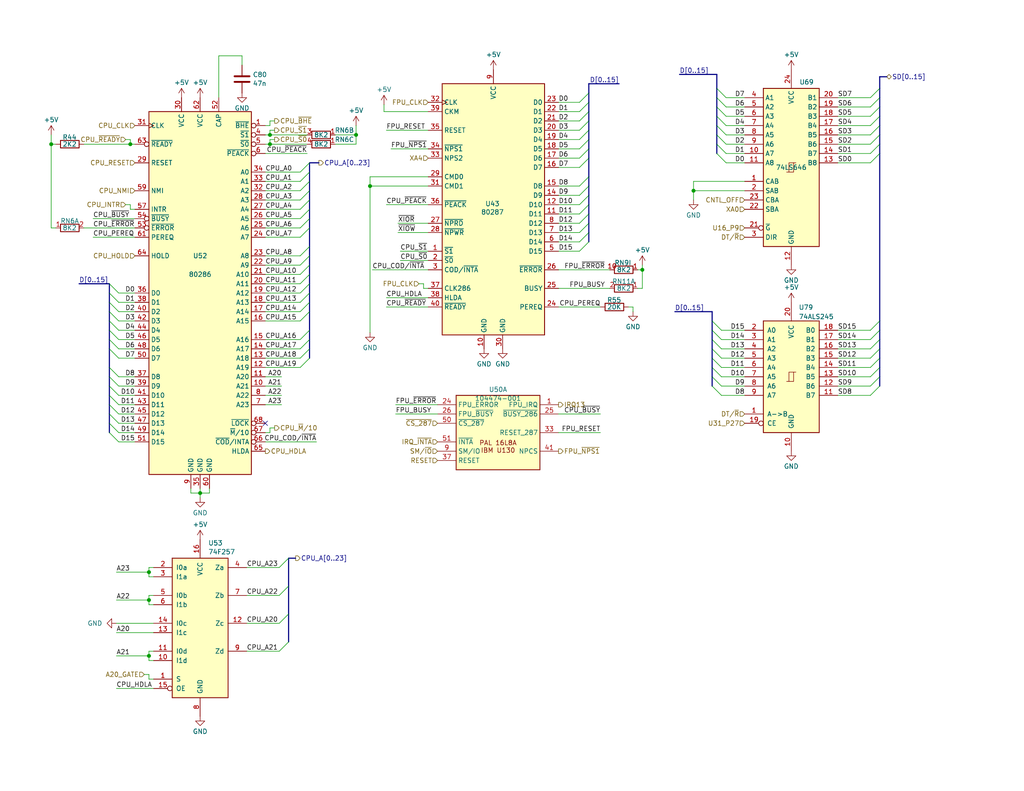
<source format=kicad_sch>
(kicad_sch (version 20230121) (generator eeschema)
  (paper "USLetter")
  (junction (at 13.97 39.37))
  (junction (at 40.64 163.83))
  (junction (at 189.23 52.07))
  (junction (at 40.64 179.07))
  (junction (at 100.965 50.8))
  (junction (at 175.26 73.66))
  (junction (at 54.61 134.62))
  (junction (at 97.155 36.83))
  (junction (at 35.56 39.37))
  (junction (at 73.66 39.37))
  (junction (at 40.64 156.21))
  (junction (at 73.66 36.83))
  (no_connect (at 72.39 115.57))
  (bus_entry (at 160.655 58.42) (size -2.54 2.54))
  (bus_entry (at 240.03 95.25) (size -2.54 2.54))
  (bus_entry (at 160.655 48.26) (size -2.54 2.54))
  (bus_entry (at 195.58 36.83) (size 2.54 2.54))
  (bus_entry (at 160.655 38.1) (size -2.54 2.54))
  (bus_entry (at 29.845 82.55) (size 2.54 2.54))
  (bus_entry (at 194.31 102.87) (size 2.54 2.54))
  (bus_entry (at 240.03 29.21) (size -2.54 2.54))
  (bus_entry (at 78.74 160.02) (size -2.54 2.54))
  (bus_entry (at 194.31 100.33) (size 2.54 2.54))
  (bus_entry (at 84.455 95.25) (size -2.54 2.54))
  (bus_entry (at 195.58 24.13) (size 2.54 2.54))
  (bus_entry (at 240.03 36.83) (size -2.54 2.54))
  (bus_entry (at 160.655 30.48) (size -2.54 2.54))
  (bus_entry (at 240.03 39.37) (size -2.54 2.54))
  (bus_entry (at 84.455 77.47) (size -2.54 2.54))
  (bus_entry (at 194.31 90.17) (size 2.54 2.54))
  (bus_entry (at 240.03 102.87) (size -2.54 2.54))
  (bus_entry (at 29.845 92.71) (size 2.54 2.54))
  (bus_entry (at 84.455 80.01) (size -2.54 2.54))
  (bus_entry (at 160.655 53.34) (size -2.54 2.54))
  (bus_entry (at 29.845 110.49) (size 2.54 2.54))
  (bus_entry (at 84.455 97.79) (size -2.54 2.54))
  (bus_entry (at 29.845 95.25) (size 2.54 2.54))
  (bus_entry (at 195.58 26.67) (size 2.54 2.54))
  (bus_entry (at 195.58 31.75) (size 2.54 2.54))
  (bus_entry (at 84.455 90.17) (size -2.54 2.54))
  (bus_entry (at 240.03 90.17) (size -2.54 2.54))
  (bus_entry (at 84.455 54.61) (size -2.54 2.54))
  (bus_entry (at 84.455 59.69) (size -2.54 2.54))
  (bus_entry (at 160.655 60.96) (size -2.54 2.54))
  (bus_entry (at 84.455 44.45) (size -2.54 2.54))
  (bus_entry (at 84.455 52.07) (size -2.54 2.54))
  (bus_entry (at 160.655 25.4) (size -2.54 2.54))
  (bus_entry (at 84.455 57.15) (size -2.54 2.54))
  (bus_entry (at 160.655 35.56) (size -2.54 2.54))
  (bus_entry (at 29.845 115.57) (size 2.54 2.54))
  (bus_entry (at 160.655 66.04) (size -2.54 2.54))
  (bus_entry (at 84.455 67.31) (size -2.54 2.54))
  (bus_entry (at 84.455 46.99) (size -2.54 2.54))
  (bus_entry (at 240.03 24.13) (size -2.54 2.54))
  (bus_entry (at 29.845 85.09) (size 2.54 2.54))
  (bus_entry (at 84.455 92.71) (size -2.54 2.54))
  (bus_entry (at 84.455 85.09) (size -2.54 2.54))
  (bus_entry (at 194.31 92.71) (size 2.54 2.54))
  (bus_entry (at 78.74 175.26) (size -2.54 2.54))
  (bus_entry (at 84.455 62.23) (size -2.54 2.54))
  (bus_entry (at 194.31 95.25) (size 2.54 2.54))
  (bus_entry (at 29.845 87.63) (size 2.54 2.54))
  (bus_entry (at 240.03 34.29) (size -2.54 2.54))
  (bus_entry (at 240.03 87.63) (size -2.54 2.54))
  (bus_entry (at 29.845 105.41) (size 2.54 2.54))
  (bus_entry (at 195.58 39.37) (size 2.54 2.54))
  (bus_entry (at 29.845 102.87) (size 2.54 2.54))
  (bus_entry (at 160.655 50.8) (size -2.54 2.54))
  (bus_entry (at 240.03 105.41) (size -2.54 2.54))
  (bus_entry (at 29.845 107.95) (size 2.54 2.54))
  (bus_entry (at 160.655 55.88) (size -2.54 2.54))
  (bus_entry (at 84.455 74.93) (size -2.54 2.54))
  (bus_entry (at 84.455 82.55) (size -2.54 2.54))
  (bus_entry (at 195.58 34.29) (size 2.54 2.54))
  (bus_entry (at 240.03 92.71) (size -2.54 2.54))
  (bus_entry (at 160.655 40.64) (size -2.54 2.54))
  (bus_entry (at 84.455 49.53) (size -2.54 2.54))
  (bus_entry (at 29.845 113.03) (size 2.54 2.54))
  (bus_entry (at 240.03 31.75) (size -2.54 2.54))
  (bus_entry (at 29.845 100.33) (size 2.54 2.54))
  (bus_entry (at 240.03 100.33) (size -2.54 2.54))
  (bus_entry (at 84.455 69.85) (size -2.54 2.54))
  (bus_entry (at 240.03 97.79) (size -2.54 2.54))
  (bus_entry (at 29.845 77.47) (size 2.54 2.54))
  (bus_entry (at 194.31 87.63) (size 2.54 2.54))
  (bus_entry (at 78.74 167.64) (size -2.54 2.54))
  (bus_entry (at 240.03 26.67) (size -2.54 2.54))
  (bus_entry (at 78.74 152.4) (size -2.54 2.54))
  (bus_entry (at 195.58 29.21) (size 2.54 2.54))
  (bus_entry (at 29.845 118.11) (size 2.54 2.54))
  (bus_entry (at 240.03 41.91) (size -2.54 2.54))
  (bus_entry (at 29.845 80.01) (size 2.54 2.54))
  (bus_entry (at 160.655 27.94) (size -2.54 2.54))
  (bus_entry (at 160.655 33.02) (size -2.54 2.54))
  (bus_entry (at 29.845 90.17) (size 2.54 2.54))
  (bus_entry (at 194.31 105.41) (size 2.54 2.54))
  (bus_entry (at 160.655 43.18) (size -2.54 2.54))
  (bus_entry (at 195.58 41.91) (size 2.54 2.54))
  (bus_entry (at 194.31 97.79) (size 2.54 2.54))
  (bus_entry (at 84.455 72.39) (size -2.54 2.54))
  (bus_entry (at 160.655 63.5) (size -2.54 2.54))
  (wire (pts (xy 152.4 35.56) (xy 158.115 35.56)))
  (wire (pts (xy 72.39 64.77) (xy 81.915 64.77)))
  (wire (pts (xy 41.91 154.94) (xy 40.64 154.94)))
  (wire (pts (xy 97.155 39.37) (xy 91.44 39.37)))
  (bus (pts (xy 84.455 77.47) (xy 84.455 80.01)))
  (wire (pts (xy 72.39 85.09) (xy 81.915 85.09)))
  (wire (pts (xy 59.69 26.67) (xy 59.69 15.24)))
  (wire (pts (xy 32.385 113.03) (xy 36.83 113.03)))
  (wire (pts (xy 52.07 134.62) (xy 54.61 134.62)))
  (bus (pts (xy 84.455 69.85) (xy 84.455 72.39)))
  (wire (pts (xy 35.56 38.1) (xy 35.56 39.37)))
  (wire (pts (xy 189.23 49.53) (xy 203.2 49.53)))
  (bus (pts (xy 195.58 29.21) (xy 195.58 31.75)))
  (wire (pts (xy 152.4 33.02) (xy 158.115 33.02)))
  (wire (pts (xy 152.4 38.1) (xy 158.115 38.1)))
  (wire (pts (xy 152.4 50.8) (xy 158.115 50.8)))
  (wire (pts (xy 57.15 134.62) (xy 54.61 134.62)))
  (bus (pts (xy 195.58 39.37) (xy 195.58 41.91)))
  (bus (pts (xy 194.31 87.63) (xy 194.31 90.17)))
  (wire (pts (xy 40.64 179.07) (xy 40.64 180.34)))
  (wire (pts (xy 72.39 97.79) (xy 81.915 97.79)))
  (bus (pts (xy 241.935 20.955) (xy 240.03 20.955)))
  (bus (pts (xy 240.03 31.75) (xy 240.03 34.29)))
  (bus (pts (xy 29.845 113.03) (xy 29.845 115.57)))
  (wire (pts (xy 13.97 36.83) (xy 13.97 39.37)))
  (wire (pts (xy 32.385 102.87) (xy 36.83 102.87)))
  (bus (pts (xy 78.74 167.64) (xy 78.74 175.26)))
  (bus (pts (xy 160.655 63.5) (xy 160.655 66.04)))
  (wire (pts (xy 40.64 184.15) (xy 40.64 185.42)))
  (bus (pts (xy 84.455 90.17) (xy 84.455 92.71)))
  (bus (pts (xy 195.58 26.67) (xy 195.58 29.21)))
  (bus (pts (xy 194.31 97.79) (xy 194.31 100.33)))
  (wire (pts (xy 109.22 68.58) (xy 116.84 68.58)))
  (bus (pts (xy 84.455 67.31) (xy 84.455 69.85)))
  (wire (pts (xy 32.385 82.55) (xy 36.83 82.55)))
  (wire (pts (xy 31.75 172.72) (xy 41.91 172.72)))
  (bus (pts (xy 160.655 60.96) (xy 160.655 63.5)))
  (bus (pts (xy 194.31 92.71) (xy 194.31 95.25)))
  (wire (pts (xy 72.39 41.91) (xy 83.82 41.91)))
  (wire (pts (xy 25.4 64.77) (xy 36.83 64.77)))
  (wire (pts (xy 25.4 59.69) (xy 36.83 59.69)))
  (bus (pts (xy 195.58 20.32) (xy 195.58 24.13)))
  (wire (pts (xy 114.3 77.47) (xy 115.57 77.47)))
  (wire (pts (xy 73.66 33.02) (xy 73.66 34.29)))
  (wire (pts (xy 228.6 34.29) (xy 237.49 34.29)))
  (wire (pts (xy 41.91 177.8) (xy 40.64 177.8)))
  (bus (pts (xy 84.455 62.23) (xy 84.455 67.31)))
  (wire (pts (xy 73.66 39.37) (xy 83.82 39.37)))
  (wire (pts (xy 119.38 110.49) (xy 107.95 110.49)))
  (wire (pts (xy 73.66 36.83) (xy 83.82 36.83)))
  (wire (pts (xy 175.26 78.74) (xy 175.26 73.66)))
  (wire (pts (xy 105.41 83.82) (xy 116.84 83.82)))
  (bus (pts (xy 29.845 80.01) (xy 29.845 82.55)))
  (wire (pts (xy 40.64 163.83) (xy 40.64 165.1)))
  (wire (pts (xy 13.97 62.23) (xy 15.24 62.23)))
  (wire (pts (xy 32.385 87.63) (xy 36.83 87.63)))
  (wire (pts (xy 196.85 105.41) (xy 203.2 105.41)))
  (wire (pts (xy 105.41 55.88) (xy 116.84 55.88)))
  (bus (pts (xy 160.655 33.02) (xy 160.655 35.56)))
  (wire (pts (xy 32.385 80.01) (xy 36.83 80.01)))
  (wire (pts (xy 198.12 26.67) (xy 203.2 26.67)))
  (wire (pts (xy 189.23 49.53) (xy 189.23 52.07)))
  (wire (pts (xy 40.64 162.56) (xy 40.64 163.83)))
  (wire (pts (xy 67.31 154.94) (xy 76.2 154.94)))
  (wire (pts (xy 22.86 62.23) (xy 36.83 62.23)))
  (wire (pts (xy 196.85 95.25) (xy 203.2 95.25)))
  (wire (pts (xy 152.4 40.64) (xy 158.115 40.64)))
  (wire (pts (xy 72.39 102.87) (xy 76.835 102.87)))
  (bus (pts (xy 240.03 24.13) (xy 240.03 26.67)))
  (wire (pts (xy 198.12 41.91) (xy 203.2 41.91)))
  (wire (pts (xy 72.39 100.33) (xy 81.915 100.33)))
  (wire (pts (xy 189.23 52.07) (xy 203.2 52.07)))
  (bus (pts (xy 240.03 100.33) (xy 240.03 102.87)))
  (wire (pts (xy 72.39 57.15) (xy 81.915 57.15)))
  (bus (pts (xy 240.03 102.87) (xy 240.03 105.41)))
  (wire (pts (xy 109.22 71.12) (xy 116.84 71.12)))
  (wire (pts (xy 22.86 39.37) (xy 35.56 39.37)))
  (wire (pts (xy 72.39 77.47) (xy 81.915 77.47)))
  (wire (pts (xy 40.64 180.34) (xy 41.91 180.34)))
  (wire (pts (xy 72.39 46.99) (xy 81.915 46.99)))
  (wire (pts (xy 196.85 107.95) (xy 203.2 107.95)))
  (wire (pts (xy 152.4 66.04) (xy 158.115 66.04)))
  (wire (pts (xy 152.4 30.48) (xy 158.115 30.48)))
  (bus (pts (xy 84.455 49.53) (xy 84.455 52.07)))
  (bus (pts (xy 29.845 90.17) (xy 29.845 92.71)))
  (wire (pts (xy 32.385 105.41) (xy 36.83 105.41)))
  (wire (pts (xy 34.29 38.1) (xy 35.56 38.1)))
  (bus (pts (xy 84.455 46.99) (xy 84.455 49.53)))
  (wire (pts (xy 72.39 62.23) (xy 81.915 62.23)))
  (wire (pts (xy 196.85 92.71) (xy 203.2 92.71)))
  (wire (pts (xy 228.6 90.17) (xy 237.49 90.17)))
  (wire (pts (xy 100.965 90.805) (xy 100.965 50.8)))
  (bus (pts (xy 240.03 92.71) (xy 240.03 95.25)))
  (bus (pts (xy 194.31 85.09) (xy 194.31 87.63)))
  (wire (pts (xy 97.155 36.83) (xy 97.155 39.37)))
  (wire (pts (xy 163.83 113.03) (xy 152.4 113.03)))
  (bus (pts (xy 240.03 29.21) (xy 240.03 31.75)))
  (wire (pts (xy 57.15 133.35) (xy 57.15 134.62)))
  (wire (pts (xy 54.61 133.35) (xy 54.61 134.62)))
  (wire (pts (xy 189.23 52.07) (xy 189.23 54.61)))
  (bus (pts (xy 78.74 152.4) (xy 78.74 160.02)))
  (bus (pts (xy 240.03 95.25) (xy 240.03 97.79)))
  (wire (pts (xy 198.12 34.29) (xy 203.2 34.29)))
  (wire (pts (xy 152.4 27.94) (xy 158.115 27.94)))
  (wire (pts (xy 13.97 39.37) (xy 13.97 62.23)))
  (wire (pts (xy 104.775 28.575) (xy 104.775 30.48)))
  (wire (pts (xy 196.85 97.79) (xy 203.2 97.79)))
  (wire (pts (xy 67.31 162.56) (xy 76.2 162.56)))
  (wire (pts (xy 72.39 54.61) (xy 81.915 54.61)))
  (bus (pts (xy 194.31 102.87) (xy 194.31 105.41)))
  (wire (pts (xy 31.75 163.83) (xy 40.64 163.83)))
  (bus (pts (xy 84.455 80.01) (xy 84.455 82.55)))
  (wire (pts (xy 73.66 38.1) (xy 73.66 39.37)))
  (wire (pts (xy 54.61 134.62) (xy 54.61 135.89)))
  (wire (pts (xy 32.385 90.17) (xy 36.83 90.17)))
  (bus (pts (xy 240.03 20.955) (xy 240.03 24.13)))
  (bus (pts (xy 240.03 90.17) (xy 240.03 92.71)))
  (bus (pts (xy 160.655 53.34) (xy 160.655 55.88)))
  (wire (pts (xy 72.39 87.63) (xy 81.915 87.63)))
  (bus (pts (xy 195.58 34.29) (xy 195.58 36.83)))
  (bus (pts (xy 80.645 152.4) (xy 78.74 152.4)))
  (wire (pts (xy 31.75 179.07) (xy 40.64 179.07)))
  (wire (pts (xy 72.39 39.37) (xy 73.66 39.37)))
  (bus (pts (xy 84.455 57.15) (xy 84.455 59.69)))
  (wire (pts (xy 196.85 100.33) (xy 203.2 100.33)))
  (wire (pts (xy 32.385 120.65) (xy 36.83 120.65)))
  (wire (pts (xy 228.6 92.71) (xy 237.49 92.71)))
  (wire (pts (xy 100.965 50.8) (xy 116.84 50.8)))
  (bus (pts (xy 240.03 97.79) (xy 240.03 100.33)))
  (wire (pts (xy 228.6 29.21) (xy 237.49 29.21)))
  (wire (pts (xy 228.6 39.37) (xy 237.49 39.37)))
  (wire (pts (xy 35.56 57.15) (xy 36.83 57.15)))
  (wire (pts (xy 35.56 39.37) (xy 36.83 39.37)))
  (bus (pts (xy 29.845 85.09) (xy 29.845 87.63)))
  (bus (pts (xy 84.455 59.69) (xy 84.455 62.23)))
  (wire (pts (xy 152.4 43.18) (xy 158.115 43.18)))
  (wire (pts (xy 228.6 31.75) (xy 237.49 31.75)))
  (wire (pts (xy 72.39 95.25) (xy 81.915 95.25)))
  (wire (pts (xy 72.39 107.95) (xy 76.835 107.95)))
  (wire (pts (xy 175.26 72.39) (xy 175.26 73.66)))
  (wire (pts (xy 59.69 15.24) (xy 66.04 15.24)))
  (wire (pts (xy 108.585 63.5) (xy 116.84 63.5)))
  (bus (pts (xy 29.845 92.71) (xy 29.845 95.25)))
  (wire (pts (xy 228.6 102.87) (xy 237.49 102.87)))
  (wire (pts (xy 72.39 52.07) (xy 81.915 52.07)))
  (wire (pts (xy 196.85 90.17) (xy 203.2 90.17)))
  (wire (pts (xy 152.4 58.42) (xy 158.115 58.42)))
  (bus (pts (xy 184.15 85.09) (xy 194.31 85.09)))
  (wire (pts (xy 32.385 107.95) (xy 36.83 107.95)))
  (wire (pts (xy 72.39 69.85) (xy 81.915 69.85)))
  (bus (pts (xy 195.58 31.75) (xy 195.58 34.29)))
  (wire (pts (xy 40.64 165.1) (xy 41.91 165.1)))
  (wire (pts (xy 228.6 95.25) (xy 237.49 95.25)))
  (wire (pts (xy 32.385 85.09) (xy 36.83 85.09)))
  (wire (pts (xy 228.6 97.79) (xy 237.49 97.79)))
  (bus (pts (xy 29.845 77.47) (xy 29.845 80.01)))
  (wire (pts (xy 228.6 41.91) (xy 237.49 41.91)))
  (bus (pts (xy 29.845 82.55) (xy 29.845 85.09)))
  (wire (pts (xy 73.66 34.29) (xy 72.39 34.29)))
  (wire (pts (xy 72.39 74.93) (xy 81.915 74.93)))
  (bus (pts (xy 160.655 22.86) (xy 168.91 22.86)))
  (wire (pts (xy 74.93 33.02) (xy 73.66 33.02)))
  (wire (pts (xy 228.6 105.41) (xy 237.49 105.41)))
  (bus (pts (xy 160.655 38.1) (xy 160.655 40.64)))
  (bus (pts (xy 160.655 40.64) (xy 160.655 43.18)))
  (wire (pts (xy 72.39 59.69) (xy 81.915 59.69)))
  (bus (pts (xy 195.58 36.83) (xy 195.58 39.37)))
  (bus (pts (xy 84.455 82.55) (xy 84.455 85.09)))
  (wire (pts (xy 73.66 116.84) (xy 73.66 118.11)))
  (wire (pts (xy 72.39 72.39) (xy 81.915 72.39)))
  (wire (pts (xy 172.72 85.09) (xy 172.72 83.82)))
  (bus (pts (xy 84.455 85.09) (xy 84.455 90.17)))
  (wire (pts (xy 228.6 107.95) (xy 237.49 107.95)))
  (wire (pts (xy 35.56 55.88) (xy 35.56 57.15)))
  (wire (pts (xy 152.4 53.34) (xy 158.115 53.34)))
  (wire (pts (xy 152.4 55.88) (xy 158.115 55.88)))
  (wire (pts (xy 74.93 35.56) (xy 73.66 35.56)))
  (wire (pts (xy 152.4 68.58) (xy 158.115 68.58)))
  (wire (pts (xy 73.66 35.56) (xy 73.66 36.83)))
  (wire (pts (xy 40.64 154.94) (xy 40.64 156.21)))
  (bus (pts (xy 84.455 44.45) (xy 84.455 46.99)))
  (wire (pts (xy 72.39 82.55) (xy 81.915 82.55)))
  (wire (pts (xy 72.39 120.65) (xy 86.36 120.65)))
  (bus (pts (xy 84.455 54.61) (xy 84.455 57.15)))
  (bus (pts (xy 29.845 87.63) (xy 29.845 90.17)))
  (bus (pts (xy 84.455 52.07) (xy 84.455 54.61)))
  (wire (pts (xy 152.4 83.82) (xy 163.83 83.82)))
  (wire (pts (xy 175.26 73.66) (xy 173.99 73.66)))
  (wire (pts (xy 67.31 170.18) (xy 76.2 170.18)))
  (wire (pts (xy 196.85 102.87) (xy 203.2 102.87)))
  (bus (pts (xy 84.455 74.93) (xy 84.455 77.47)))
  (wire (pts (xy 152.4 60.96) (xy 158.115 60.96)))
  (bus (pts (xy 21.59 77.47) (xy 29.845 77.47)))
  (wire (pts (xy 72.39 105.41) (xy 76.835 105.41)))
  (bus (pts (xy 78.74 160.02) (xy 78.74 167.64)))
  (wire (pts (xy 74.93 116.84) (xy 73.66 116.84)))
  (bus (pts (xy 240.03 26.67) (xy 240.03 29.21)))
  (bus (pts (xy 84.455 95.25) (xy 84.455 97.79)))
  (wire (pts (xy 32.385 97.79) (xy 36.83 97.79)))
  (bus (pts (xy 160.655 25.4) (xy 160.655 27.94)))
  (wire (pts (xy 32.385 95.25) (xy 36.83 95.25)))
  (wire (pts (xy 72.39 49.53) (xy 81.915 49.53)))
  (wire (pts (xy 228.6 36.83) (xy 237.49 36.83)))
  (bus (pts (xy 29.845 100.33) (xy 29.845 102.87)))
  (wire (pts (xy 74.93 38.1) (xy 73.66 38.1)))
  (wire (pts (xy 228.6 100.33) (xy 237.49 100.33)))
  (wire (pts (xy 152.4 78.74) (xy 166.37 78.74)))
  (bus (pts (xy 194.31 90.17) (xy 194.31 92.71)))
  (wire (pts (xy 31.75 187.96) (xy 41.91 187.96)))
  (wire (pts (xy 105.41 81.28) (xy 116.84 81.28)))
  (wire (pts (xy 72.39 110.49) (xy 76.835 110.49)))
  (wire (pts (xy 32.385 115.57) (xy 36.83 115.57)))
  (bus (pts (xy 240.03 39.37) (xy 240.03 41.91)))
  (wire (pts (xy 72.39 92.71) (xy 81.915 92.71)))
  (wire (pts (xy 115.57 78.74) (xy 116.84 78.74)))
  (wire (pts (xy 104.775 30.48) (xy 116.84 30.48)))
  (wire (pts (xy 31.75 156.21) (xy 40.64 156.21)))
  (bus (pts (xy 29.845 107.95) (xy 29.845 110.49)))
  (bus (pts (xy 240.03 34.29) (xy 240.03 36.83)))
  (wire (pts (xy 152.4 63.5) (xy 158.115 63.5)))
  (wire (pts (xy 198.12 44.45) (xy 203.2 44.45)))
  (wire (pts (xy 228.6 26.67) (xy 237.49 26.67)))
  (bus (pts (xy 160.655 48.26) (xy 160.655 50.8)))
  (bus (pts (xy 84.455 72.39) (xy 84.455 74.93)))
  (bus (pts (xy 86.995 44.45) (xy 84.455 44.45)))
  (bus (pts (xy 29.845 102.87) (xy 29.845 105.41)))
  (wire (pts (xy 106.68 40.64) (xy 116.84 40.64)))
  (wire (pts (xy 100.965 48.26) (xy 116.84 48.26)))
  (wire (pts (xy 152.4 45.72) (xy 158.115 45.72)))
  (wire (pts (xy 40.64 157.48) (xy 41.91 157.48)))
  (bus (pts (xy 160.655 35.56) (xy 160.655 38.1)))
  (wire (pts (xy 40.64 177.8) (xy 40.64 179.07)))
  (bus (pts (xy 29.845 115.57) (xy 29.845 118.11)))
  (wire (pts (xy 72.39 80.01) (xy 81.915 80.01)))
  (wire (pts (xy 39.37 184.15) (xy 40.64 184.15)))
  (bus (pts (xy 160.655 55.88) (xy 160.655 58.42)))
  (bus (pts (xy 240.03 87.63) (xy 240.03 90.17)))
  (wire (pts (xy 72.39 36.83) (xy 73.66 36.83)))
  (wire (pts (xy 13.97 39.37) (xy 15.24 39.37)))
  (wire (pts (xy 31.75 170.18) (xy 41.91 170.18)))
  (wire (pts (xy 163.83 118.11) (xy 152.4 118.11)))
  (bus (pts (xy 84.455 92.71) (xy 84.455 95.25)))
  (bus (pts (xy 194.31 95.25) (xy 194.31 97.79)))
  (wire (pts (xy 67.31 177.8) (xy 76.2 177.8)))
  (bus (pts (xy 160.655 58.42) (xy 160.655 60.96)))
  (wire (pts (xy 34.29 55.88) (xy 35.56 55.88)))
  (bus (pts (xy 185.42 20.32) (xy 195.58 20.32)))
  (wire (pts (xy 73.66 118.11) (xy 72.39 118.11)))
  (wire (pts (xy 52.07 133.35) (xy 52.07 134.62)))
  (bus (pts (xy 160.655 30.48) (xy 160.655 33.02)))
  (wire (pts (xy 152.4 73.66) (xy 166.37 73.66)))
  (wire (pts (xy 97.155 36.83) (xy 91.44 36.83)))
  (bus (pts (xy 29.845 95.25) (xy 29.845 100.33)))
  (wire (pts (xy 32.385 118.11) (xy 36.83 118.11)))
  (wire (pts (xy 97.155 34.29) (xy 97.155 36.83)))
  (wire (pts (xy 100.965 48.26) (xy 100.965 50.8)))
  (bus (pts (xy 195.58 24.13) (xy 195.58 26.67)))
  (wire (pts (xy 198.12 36.83) (xy 203.2 36.83)))
  (bus (pts (xy 160.655 27.94) (xy 160.655 30.48)))
  (wire (pts (xy 198.12 31.75) (xy 203.2 31.75)))
  (wire (pts (xy 173.99 78.74) (xy 175.26 78.74)))
  (wire (pts (xy 172.72 83.82) (xy 171.45 83.82)))
  (bus (pts (xy 194.31 100.33) (xy 194.31 102.87)))
  (wire (pts (xy 66.04 15.24) (xy 66.04 17.78)))
  (wire (pts (xy 119.38 113.03) (xy 107.95 113.03)))
  (wire (pts (xy 40.64 156.21) (xy 40.64 157.48)))
  (wire (pts (xy 32.385 110.49) (xy 36.83 110.49)))
  (bus (pts (xy 240.03 41.91) (xy 240.03 87.63)))
  (wire (pts (xy 108.585 60.96) (xy 116.84 60.96)))
  (wire (pts (xy 105.41 35.56) (xy 116.84 35.56)))
  (bus (pts (xy 160.655 43.18) (xy 160.655 48.26)))
  (bus (pts (xy 160.655 22.86) (xy 160.655 25.4)))
  (wire (pts (xy 101.6 73.66) (xy 116.84 73.66)))
  (wire (pts (xy 228.6 44.45) (xy 237.49 44.45)))
  (wire (pts (xy 115.57 77.47) (xy 115.57 78.74)))
  (wire (pts (xy 32.385 92.71) (xy 36.83 92.71)))
  (bus (pts (xy 160.655 50.8) (xy 160.655 53.34)))
  (bus (pts (xy 240.03 36.83) (xy 240.03 39.37)))
  (bus (pts (xy 29.845 110.49) (xy 29.845 113.03)))
  (bus (pts (xy 29.845 105.41) (xy 29.845 107.95)))
  (wire (pts (xy 198.12 29.21) (xy 203.2 29.21)))
  (wire (pts (xy 198.12 39.37) (xy 203.2 39.37)))
  (wire (pts (xy 41.91 162.56) (xy 40.64 162.56)))
  (wire (pts (xy 40.64 185.42) (xy 41.91 185.42)))
  (label "D14" (at 36.83 118.11 180))
  (label "D7" (at 152.4 45.72 0))
  (label "D[0..15]" (at 21.59 77.47 0))
  (label "D9" (at 36.83 105.41 180))
  (label "D15" (at 203.2 90.17 180))
  (label "A23" (at 76.835 110.49 180))
  (label "D14" (at 152.4 66.04 0))
  (label "SD7" (at 228.6 26.67 0))
  (label "D2" (at 36.83 85.09 180))
  (label "CPU_A10" (at 72.39 74.93 0))
  (label "A22" (at 76.835 107.95 180))
  (label "CPU_A14" (at 72.39 85.09 0))
  (label "CPU_A22" (at 67.31 162.56 0))
  (label "CPU_A3" (at 72.39 54.61 0))
  (label "CPU_A1" (at 72.39 49.53 0))
  (label "CPU_A16" (at 72.39 92.71 0))
  (label "D6" (at 152.4 43.18 0))
  (label "D11" (at 203.2 100.33 180))
  (label "D10" (at 152.4 55.88 0))
  (label "D7" (at 36.83 97.79 180))
  (label "CPU_HDLA" (at 105.41 81.28 0))
  (label "D0" (at 203.2 44.45 180))
  (label "A20" (at 31.75 172.72 0))
  (label "D4" (at 152.4 38.1 0))
  (label "SD11" (at 228.6 100.33 0))
  (label "D15" (at 152.4 68.58 0))
  (label "D4" (at 36.83 90.17 180))
  (label "~{XIOW}" (at 108.585 63.5 0))
  (label "D3" (at 152.4 35.56 0))
  (label "D14" (at 203.2 92.71 180))
  (label "D15" (at 36.83 120.65 180))
  (label "SD13" (at 228.6 95.25 0))
  (label "CPU_PEREQ" (at 25.4 64.77 0))
  (label "CPU_PEREQ" (at 163.83 83.82 180))
  (label "D2" (at 203.2 39.37 180))
  (label "CPU_~{PEACK}" (at 83.82 41.91 180))
  (label "CPU_A11" (at 72.39 77.47 0))
  (label "CPU_A13" (at 72.39 82.55 0))
  (label "FPU_RESET" (at 163.83 118.11 180))
  (label "SD15" (at 228.6 90.17 0))
  (label "CPU_A0" (at 72.39 46.99 0))
  (label "D3" (at 36.83 87.63 180))
  (label "CPU_A12" (at 72.39 80.01 0))
  (label "D6" (at 36.83 95.25 180))
  (label "D10" (at 36.83 107.95 180))
  (label "CPU_COD{slash}~{INTA}" (at 86.36 120.65 180))
  (label "CPU_A18" (at 72.39 97.79 0))
  (label "D8" (at 36.83 102.87 180))
  (label "CPU_A9" (at 72.39 72.39 0))
  (label "FPU_~{ERROR}" (at 107.95 110.49 0))
  (label "D12" (at 203.2 97.79 180))
  (label "CPU_~{BUSY}" (at 25.4 59.69 0))
  (label "D3" (at 203.2 36.83 180))
  (label "~{XIOR}" (at 108.585 60.96 0))
  (label "D5" (at 152.4 40.64 0))
  (label "D1" (at 203.2 41.91 180))
  (label "CPU_A6" (at 72.39 62.23 0))
  (label "SD0" (at 228.6 44.45 0))
  (label "D[0..15]" (at 184.15 85.09 0))
  (label "SD6" (at 228.6 29.21 0))
  (label "SD12" (at 228.6 97.79 0))
  (label "CPU_A5" (at 72.39 59.69 0))
  (label "CPU_~{BUSY}" (at 163.83 113.03 180))
  (label "CPU_A21" (at 67.31 177.8 0))
  (label "D5" (at 36.83 92.71 180))
  (label "FPU_RESET" (at 105.41 35.56 0))
  (label "D[0..15]" (at 168.91 22.86 180))
  (label "CPU_A23" (at 67.31 154.94 0))
  (label "D11" (at 36.83 110.49 180))
  (label "FPU_BUSY" (at 165.1 78.74 180))
  (label "D4" (at 203.2 34.29 180))
  (label "D5" (at 203.2 31.75 180))
  (label "D13" (at 203.2 95.25 180))
  (label "A20" (at 76.835 102.87 180))
  (label "D2" (at 152.4 33.02 0))
  (label "SD4" (at 228.6 34.29 0))
  (label "D8" (at 203.2 107.95 180))
  (label "A23" (at 31.75 156.21 0))
  (label "D0" (at 36.83 80.01 180))
  (label "A21" (at 31.75 179.07 0))
  (label "CPU_A15" (at 72.39 87.63 0))
  (label "D9" (at 152.4 53.34 0))
  (label "CPU_A17" (at 72.39 95.25 0))
  (label "CPU_~{S1}" (at 109.22 68.58 0))
  (label "CPU_A20" (at 67.31 170.18 0))
  (label "D13" (at 36.83 115.57 180))
  (label "SD10" (at 228.6 102.87 0))
  (label "CPU_~{S0}" (at 109.22 71.12 0))
  (label "D[0..15]" (at 185.42 20.32 0))
  (label "D8" (at 152.4 50.8 0))
  (label "SD8" (at 228.6 107.95 0))
  (label "FPU_BUSY" (at 107.95 113.03 0))
  (label "A21" (at 76.835 105.41 180))
  (label "D9" (at 203.2 105.41 180))
  (label "CPU_~{ERROR}" (at 25.4 62.23 0))
  (label "D1" (at 36.83 82.55 180))
  (label "D10" (at 203.2 102.87 180))
  (label "FPU_~{ERROR}" (at 165.1 73.66 180))
  (label "CPU_~{READY}" (at 105.41 83.82 0))
  (label "SD9" (at 228.6 105.41 0))
  (label "D11" (at 152.4 58.42 0))
  (label "SD5" (at 228.6 31.75 0))
  (label "CPU_A2" (at 72.39 52.07 0))
  (label "CPU_~{PEACK}" (at 105.41 55.88 0))
  (label "CPU_A7" (at 72.39 64.77 0))
  (label "CPU_COD{slash}~{INTA}" (at 101.6 73.66 0))
  (label "D7" (at 203.2 26.67 180))
  (label "CPU_HDLA" (at 31.75 187.96 0))
  (label "D12" (at 152.4 60.96 0))
  (label "CPU_A4" (at 72.39 57.15 0))
  (label "CPU_A8" (at 72.39 69.85 0))
  (label "SD14" (at 228.6 92.71 0))
  (label "A22" (at 31.75 163.83 0))
  (label "D13" (at 152.4 63.5 0))
  (label "D12" (at 36.83 113.03 180))
  (label "D6" (at 203.2 29.21 180))
  (label "D1" (at 152.4 30.48 0))
  (label "SD2" (at 228.6 39.37 0))
  (label "SD3" (at 228.6 36.83 0))
  (label "SD1" (at 228.6 41.91 0))
  (label "FPU_~{NPS1}" (at 106.68 40.64 0))
  (label "CPU_A19" (at 72.39 100.33 0))
  (label "D0" (at 152.4 27.94 0))
  (hierarchical_label "CPU_~{READY}" (shape input) (at 34.29 38.1 180))
  (hierarchical_label "CPU_CLK" (shape input) (at 36.83 34.29 180))
  (hierarchical_label "~{CS_287}" (shape input) (at 119.38 115.57 180))
  (hierarchical_label "DT{slash}~{R}" (shape input) (at 203.2 113.03 180))
  (hierarchical_label "A20_GATE" (shape input) (at 39.37 184.15 180))
  (hierarchical_label "IRQ_~{INTA}" (shape input) (at 119.38 120.65 180))
  (hierarchical_label "FPU_CLK" (shape input) (at 116.84 27.94 180))
  (hierarchical_label "CPU_HDLA" (shape output) (at 72.39 123.19 0))
  (hierarchical_label "U16_P9" (shape input) (at 203.2 62.23 180))
  (hierarchical_label "IRQ13" (shape output) (at 152.4 110.49 0))
  (hierarchical_label "CPU_~{S0}" (shape output) (at 74.93 38.1 0))
  (hierarchical_label "CPU_~{S1}" (shape output) (at 74.93 35.56 0))
  (hierarchical_label "CPU_A[0..23]" (shape output) (at 86.995 44.45 0))
  (hierarchical_label "FPU_~{NPS1}" (shape output) (at 152.4 123.19 0))
  (hierarchical_label "CNTL_OFF" (shape input) (at 203.2 54.61 180))
  (hierarchical_label "DT{slash}~{R}" (shape input) (at 203.2 64.77 180))
  (hierarchical_label "U31_P27" (shape input) (at 203.2 115.57 180))
  (hierarchical_label "CPU_HOLD" (shape input) (at 36.83 69.85 180))
  (hierarchical_label "XA4" (shape input) (at 116.84 43.18 180))
  (hierarchical_label "CPU_INTR" (shape input) (at 34.29 55.88 180))
  (hierarchical_label "CPU_RESET" (shape input) (at 36.83 44.45 180))
  (hierarchical_label "CPU_A[0..23]" (shape output) (at 80.645 152.4 0))
  (hierarchical_label "FPU_CLK" (shape input) (at 114.3 77.47 180))
  (hierarchical_label "CPU_~{BHE}" (shape output) (at 74.93 33.02 0))
  (hierarchical_label "XA0" (shape input) (at 203.2 57.15 180))
  (hierarchical_label "RESET" (shape input) (at 119.38 125.73 180))
  (hierarchical_label "SM{slash}~{IO}" (shape input) (at 119.38 123.19 180))
  (hierarchical_label "SD[0..15]" (shape bidirectional) (at 241.935 20.955 0))
  (hierarchical_label "CPU_NMI" (shape input) (at 36.83 52.07 180))
  (hierarchical_label "CPU_~{M}{slash}10" (shape output) (at 74.93 116.84 0))
  (symbol (lib_id "power:GND") (at 54.61 195.58 0) (unit 1)
    (property "Reference" "#PWR0490" (effects hide))
    (property "Value" "GND" (at 54.61 199.7131 0))
  )
  (symbol (lib_id "power:+5V") (at 54.61 147.32 0) (unit 1)
    (property "Reference" "#PWR0433" (effects hide))
    (property "Value" "+5V" (at 54.61 143.1869 0))
  )
  (symbol (lib_id "raysstuff:104474-001") (at 135.89 118.11 0) (unit 1)
    (property "Reference" "U50" (at 135.89 106.3457 0))
    (property "Value" "104474-001" (at 135.89 108.7699 0))
  )
  (symbol (lib_id "power:+5V") (at 13.97 36.83 0) (mirror y) (unit 1)
    (property "Reference" "#PWR0180" (effects hide))
    (property "Value" "+5V" (at 13.97 32.6969 0))
  )
  (symbol (lib_id "Device:R_Network09_Split") (at 170.18 78.74 270) (unit 1)
    (property "Reference" "RN11" (at 167.005 76.835 90) (effects (justify left)))
    (property "Value" "8K2" (at 168.275 78.74 90) (effects (justify left)))
    (property "Footprint" "Resistor_THT:R_Array_SIP10" (effects hide))
    (property "Datasheet" "http://www.vishay.com/docs/31509/csc.pdf" (effects hide))
  )
  (symbol (lib_id "74xx:74LS257") (at 54.61 170.18 0) (unit 1)
    (property "Reference" "U53" (at 56.8041 148.2557 0) (effects (justify left)))
    (property "Value" "74F257" (at 56.8041 150.6799 0) (effects (justify left)))
    (property "Footprint" "Package_DIP:DIP-20_W7.62mm" (effects hide))
    (property "Datasheet" "http://www.ti.com/lit/gpn/sn74LS257" (effects hide))
  )
  (symbol (lib_id "power:GND") (at 132.08 95.25 0) (unit 1)
    (property "Reference" "#PWR0103" (effects hide))
    (property "Value" "GND" (at 132.08 99.3831 0))
  )
  (symbol (lib_id "Device:R_Network09_Split") (at 170.18 73.66 270) (unit 9)
    (property "Reference" "RN9" (at 167.64 71.755 90) (effects (justify left)))
    (property "Value" "8K2" (at 168.275 73.66 90) (effects (justify left)))
    (property "Footprint" "Resistor_THT:R_Array_SIP10" (effects hide))
    (property "Datasheet" "http://www.vishay.com/docs/31509/csc.pdf" (effects hide))
  )
  (symbol (lib_id "power:GND") (at 172.72 85.09 0) (unit 1)
    (property "Reference" "#PWR0262" (effects hide))
    (property "Value" "GND" (at 172.72 89.2231 0))
  )
  (symbol (lib_id "power:GND") (at 54.61 135.89 0) (unit 1)
    (property "Reference" "#PWR0274" (effects hide))
    (property "Value" "GND" (at 54.61 140.0231 0))
  )
  (symbol (lib_id "Device:R_Network09_Split") (at 19.05 62.23 90) (unit 1)
    (property "Reference" "RN6" (at 21.59 60.325 90) (effects (justify left)))
    (property "Value" "8K2" (at 20.955 62.23 90) (effects (justify left)))
    (property "Footprint" "Resistor_THT:R_Array_SIP10" (effects hide))
    (property "Datasheet" "http://www.vishay.com/docs/31509/csc.pdf" (effects hide))
  )
  (symbol (lib_id "power:+5V") (at 54.61 26.67 0) (mirror y) (unit 1)
    (property "Reference" "#PWR0269" (effects hide))
    (property "Value" "+5V" (at 54.61 22.5369 0))
  )
  (symbol (lib_id "raysstuff:80287") (at 134.62 57.15 0) (unit 1)
    (property "Reference" "U43" (at 134.366 55.626 0))
    (property "Value" "80287" (at 134.366 57.912 0))
    (property "Footprint" "Package_DIP:DIP-40_W15.24mm" (effects hide))
  )
  (symbol (lib_id "power:GND") (at 215.9 123.19 0) (unit 1)
    (property "Reference" "#PWR0307" (effects hide))
    (property "Value" "GND" (at 215.9 127.3231 0))
  )
  (symbol (lib_id "Device:R_Network09_Split") (at 87.63 36.83 270) (unit 2)
    (property "Reference" "RN6" (at 93.98 35.56 90))
    (property "Value" "8K2" (at 87.63 36.83 90))
    (property "Footprint" "Resistor_THT:R_Array_SIP10" (effects hide))
    (property "Datasheet" "http://www.vishay.com/docs/31509/csc.pdf" (effects hide))
  )
  (symbol (lib_id "power:GND") (at 31.75 170.18 270) (unit 1)
    (property "Reference" "#PWR012" (effects hide))
    (property "Value" "GND" (at 27.94 170.18 90) (effects (justify right)))
  )
  (symbol (lib_id "Device:R") (at 19.05 39.37 90) (unit 1)
    (property "Reference" "R44" (at 20.955 37.465 90) (effects (justify left)))
    (property "Value" "2K2" (at 20.955 39.37 90) (effects (justify left)))
  )
  (symbol (lib_id "power:+5V") (at 97.155 34.29 0) (mirror y) (unit 1)
    (property "Reference" "#PWR0276" (effects hide))
    (property "Value" "+5V" (at 97.155 30.1569 0))
  )
  (symbol (lib_id "Device:C") (at 66.04 21.59 0) (unit 1)
    (property "Reference" "C80" (at 68.961 20.3779 0) (effects (justify left)))
    (property "Value" "47n" (at 68.961 22.8021 0) (effects (justify left)))
  )
  (symbol (lib_id "power:+5V") (at 215.9 82.55 0) (unit 1)
    (property "Reference" "#PWR022" (effects hide))
    (property "Value" "+5V" (at 215.9 78.4169 0))
  )
  (symbol (lib_id "power:+5V") (at 134.62 19.05 0) (unit 1)
    (property "Reference" "#PWR0104" (effects hide))
    (property "Value" "+5V" (at 134.62 14.9169 0))
  )
  (symbol (lib_id "power:GND") (at 100.965 90.805 0) (unit 1)
    (property "Reference" "#PWR072" (effects hide))
    (property "Value" "GND" (at 100.965 94.9381 0))
  )
  (symbol (lib_id "Device:R") (at 167.64 83.82 90) (unit 1)
    (property "Reference" "R55" (at 169.545 81.915 90) (effects (justify left)))
    (property "Value" "20K" (at 169.545 83.82 90) (effects (justify left)))
  )
  (symbol (lib_id "power:GND") (at 66.04 25.4 0) (unit 1)
    (property "Reference" "#PWR0275" (effects hide))
    (property "Value" "GND" (at 66.04 29.5331 0))
  )
  (symbol (lib_id "power:GND") (at 215.9 72.39 0) (unit 1)
    (property "Reference" "#PWR0286" (effects hide))
    (property "Value" "GND" (at 215.9 76.5231 0))
  )
  (symbol (lib_id "raysstuff:74LS646") (at 215.9 45.72 0) (unit 1)
    (property "Reference" "U69" (at 218.0941 22.4099 0) (effects (justify left)))
    (property "Value" "74LS646" (at 215.9 45.72 0))
    (property "Footprint" "Package_DIP:DIP-24_W7.62mm" (effects hide))
  )
  (symbol (lib_id "74xx:74LS245") (at 215.9 102.87 0) (unit 1)
    (property "Reference" "U79" (at 217.9194 83.9302 0) (effects (justify left)))
    (property "Value" "74ALS245" (at 217.9194 86.4671 0) (effects (justify left)))
    (property "Footprint" "Package_DIP:DIP-20_W7.62mm" (effects hide))
    (property "Datasheet" "http://www.ti.com/lit/gpn/sn74LS245" (effects hide))
  )
  (symbol (lib_id "Device:R_Network09_Split") (at 87.63 39.37 270) (unit 3)
    (property "Reference" "RN6" (at 93.98 38.1 90))
    (property "Value" "8K2" (at 87.63 39.37 90))
    (property "Footprint" "Resistor_THT:R_Array_SIP10" (effects hide))
    (property "Datasheet" "http://www.vishay.com/docs/31509/csc.pdf" (effects hide))
  )
  (symbol (lib_id "power:+5V") (at 104.775 28.575 0) (unit 1)
    (property "Reference" "#PWR073" (effects hide))
    (property "Value" "+5V" (at 104.775 24.4419 0))
  )
  (symbol (lib_id "power:GND") (at 137.16 95.25 0) (unit 1)
    (property "Reference" "#PWR0105" (effects hide))
    (property "Value" "GND" (at 137.16 99.3831 0))
  )
  (symbol (lib_id "power:+5V") (at 215.9 19.05 0) (unit 1)
    (property "Reference" "#PWR0277" (effects hide))
    (property "Value" "+5V" (at 215.9 14.9169 0))
  )
  (symbol (lib_id "power:+5V") (at 175.26 72.39 0) (unit 1)
    (property "Reference" "#PWR0261" (effects hide))
    (property "Value" "+5V" (at 175.26 68.2569 0))
  )
  (symbol (lib_id "power:GND") (at 189.23 54.61 0) (unit 1)
    (property "Reference" "#PWR023" (effects hide))
    (property "Value" "GND" (at 189.23 58.7431 0))
  )
  (symbol (lib_id "power:+5V") (at 49.53 26.67 0) (mirror y) (unit 1)
    (property "Reference" "#PWR0181" (effects hide))
    (property "Value" "+5V" (at 49.53 22.5369 0))
  )
  (symbol (lib_id "raysstuff:80286") (at 54.61 80.01 0) (unit 1)
    (property "Reference" "U52" (at 54.61 69.85 0))
    (property "Value" "80286" (at 54.61 74.93 0))
  )
)
</source>
